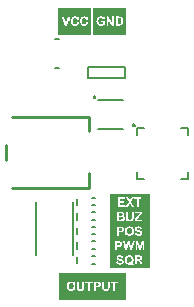
<source format=gto>
%FSTAX44Y44*%
%MOMM*%
%SFA1B1*%

%IPPOS*%
%ADD10C,0.200000*%
%ADD11C,0.253999*%
%ADD12C,0.150000*%
%LNpcb1-1*%
%LPD*%
G36*
X00442421Y00573092D02*
Y00550396D01*
X00414421*
Y00573092*
X00442421*
G37*
G36*
X00491783Y0041509D02*
Y0040209D01*
Y0038975*
Y0037741*
Y0036573*
Y0035273*
X00457783*
Y0036573*
Y0037807*
Y0039041*
Y0040275*
Y0041509*
X00491783*
G37*
G36*
X00472049Y00550396D02*
X00444049D01*
Y00573226*
X00472049*
Y00550396*
G37*
G36*
X00471661Y00348782D02*
Y00325889D01*
X00414683*
Y00348782*
X00471661*
G37*
%LNpcb1-2*%
%LPC*%
G36*
X00439481Y00565719D02*
D01*
Y00560263*
X0043797Y00560731*
X00437888Y00560427*
X00437783Y00560181*
X00437678Y00559958*
X00437572Y00559783*
X00437479Y00559654*
X00437397Y00559549*
X0043735Y00559502*
X00437326Y00559478*
X00437151Y0055935*
X00436975Y00559256*
X00436799Y00559186*
X00436624Y00559139*
X00436483Y00559115*
X00436366Y00559104*
X00436319Y00559092*
X00436261*
X00436109Y00559104*
X00435968Y00559115*
X00435699Y00559186*
X00435465Y00559279*
X00435265Y00559396*
X00435113Y00559514*
X00434996Y00559607*
X00434926Y00559677*
X00434914Y00559689*
X00434902Y00559701*
X00434809Y0055983*
X00434738Y0055997*
X00434668Y00560122*
X0043461Y00560286*
X00434516Y00560638*
X00434458Y00560977*
X00434434Y00561141*
X00434411Y00561293*
X00434399Y00561422*
Y00561551*
X00434387Y00561645*
Y00561727*
Y00561773*
Y00561785*
X00434399Y00562031*
X00434411Y00562265*
X00434434Y00562488*
X00434469Y00562675*
X00434504Y00562862*
X00434551Y00563026*
X00434598Y00563167*
X00434657Y00563296*
X00434703Y00563413*
X0043475Y00563506*
X00434797Y00563588*
X00434832Y00563659*
X00434867Y00563706*
X00434891Y00563753*
X00434914Y00563764*
Y00563776*
X0043502Y00563881*
X00435125Y00563987*
X00435242Y00564069*
X00435347Y00564139*
X00435582Y00564244*
X00435804Y00564314*
X00436003Y00564361*
X00436085Y00564373*
X00436155Y00564385*
X00436214Y00564396*
X00436296*
X00436518Y00564385*
X00436717Y00564338*
X00436905Y00564291*
X00437057Y00564221*
X00437186Y00564162*
X00437268Y00564104*
X00437326Y00564057*
X0043735Y00564045*
X00437502Y00563904*
X00437619Y00563753*
X00437724Y005636*
X00437795Y00563448*
X00437853Y00563307*
X004379Y00563202*
X00437912Y00563132*
X00437923Y0056312*
Y00563108*
X00439457Y00563471*
X00439352Y00563799*
X00439223Y0056408*
X00439083Y00564314*
X00438954Y00564513*
X00438837Y00564677*
X00438743Y00564783*
X00438685Y00564853*
X00438673Y00564876*
X00438661*
X00438486Y00565029*
X0043831Y00565157*
X00438123Y00565263*
X00437935Y00565368*
X00437748Y0056545*
X00437549Y00565509*
X00437373Y00565567*
X00437186Y00565614*
X00437022Y00565649*
X0043687Y00565673*
X00436729Y00565696*
X00436612Y00565708*
X00436518Y00565719*
X00436378*
X00436085Y00565708*
X00435804Y00565673*
X00435535Y00565626*
X00435289Y00565556*
X00435055Y00565474*
X00434844Y0056538*
X00434645Y00565286*
X00434469Y00565193*
X00434305Y00565087*
X00434165Y00564994*
X00434048Y005649*
X00433942Y00564818*
X00433872Y00564748*
X00433814Y00564701*
X00433778Y00564666*
X00433767Y00564654*
X00433591Y00564443*
X00433439Y00564221*
X0043331Y00563987*
X00433193Y00563741*
X00433099Y00563495*
X00433029Y00563237*
X00432959Y00563003*
X00432912Y00562757*
X00432865Y00562535*
X0043283Y00562336*
X00432818Y00562148*
X00432795Y00561984*
Y00561855*
X00432783Y0056175*
Y00561668*
X00432795Y0056134*
X0043283Y00561024*
X00432877Y00560731*
X00432935Y00560462*
X00433017Y00560204*
X00433099Y0055997*
X00433181Y00559748*
X00433275Y0055956*
X00433368Y00559385*
X00433451Y00559233*
X00433544Y00559104*
X00433614Y00558998*
X00433673Y00558916*
X0043372Y00558858*
X00433755Y00558823*
X00433767Y00558811*
X00433954Y00558624*
X00434153Y00558471*
X00434364Y00558331*
X00434575Y00558214*
X00434785Y00558108*
X00434996Y00558026*
X00435195Y00557956*
X00435394Y00557898*
X00435582Y00557851*
X00435746Y00557827*
X00435898Y00557804*
X00436027Y0055778*
X00436132*
X00436214Y00557769*
X00432783*
X00439481*
X00436284*
X00436507Y0055778*
X00436729Y00557792*
X00436928Y00557827*
X00437127Y00557863*
X00437303Y00557909*
X00437467Y00557956*
X00437619Y00558015*
X0043776Y00558073*
X00437888Y00558132*
X00438006Y0055819*
X00438099Y00558237*
X00438181Y00558284*
X0043824Y00558319*
X00438287Y00558354*
X0043831Y00558366*
X00438322Y00558378*
X00438474Y00558495*
X00438603Y00558635*
X00438848Y00558928*
X00439048Y00559244*
X004392Y00559549*
X0043927Y00559689*
X00439329Y0055983*
X00439375Y00559947*
X00439411Y00560052*
X00439446Y00560146*
X00439469Y00560204*
X00439481Y00560251*
Y00565719*
G37*
G36*
X00431729D02*
D01*
Y00560263*
X00430219Y00560731*
X00430137Y00560427*
X00430031Y00560181*
X00429926Y00559958*
X00429821Y00559783*
X00429727Y00559654*
X00429645Y00559549*
X00429598Y00559502*
X00429575Y00559478*
X00429399Y0055935*
X00429223Y00559256*
X00429048Y00559186*
X00428872Y00559139*
X00428732Y00559115*
X00428614Y00559104*
X00428568Y00559092*
X00428509*
X00428357Y00559104*
X00428216Y00559115*
X00427947Y00559186*
X00427713Y00559279*
X00427514Y00559396*
X00427362Y00559514*
X00427244Y00559607*
X00427174Y00559677*
X00427163Y00559689*
X00427151Y00559701*
X00427057Y0055983*
X00426987Y0055997*
X00426917Y00560122*
X00426858Y00560286*
X00426764Y00560638*
X00426706Y00560977*
X00426683Y00561141*
X00426659Y00561293*
X00426647Y00561422*
Y00561551*
X00426636Y00561645*
Y00561727*
Y00561773*
Y00561785*
X00426647Y00562031*
X00426659Y00562265*
X00426683Y00562488*
X00426718Y00562675*
X00426753Y00562862*
X004268Y00563026*
X00426847Y00563167*
X00426905Y00563296*
X00426952Y00563413*
X00426999Y00563506*
X00427046Y00563588*
X00427081Y00563659*
X00427116Y00563706*
X00427139Y00563753*
X00427163Y00563764*
Y00563776*
X00427268Y00563881*
X00427373Y00563987*
X0042749Y00564069*
X00427596Y00564139*
X0042783Y00564244*
X00428053Y00564314*
X00428251Y00564361*
X00428334Y00564373*
X00428404Y00564385*
X00428462Y00564396*
X00428544*
X00428767Y00564385*
X00428966Y00564338*
X00429153Y00564291*
X00429305Y00564221*
X00429434Y00564162*
X00429516Y00564104*
X00429575Y00564057*
X00429598Y00564045*
X0042975Y00563904*
X00429867Y00563753*
X00429973Y005636*
X00430043Y00563448*
X00430102Y00563307*
X00430149Y00563202*
X0043016Y00563132*
X00430172Y0056312*
Y00563108*
X00431706Y00563471*
X004316Y00563799*
X00431472Y0056408*
X00431331Y00564314*
X00431202Y00564513*
X00431085Y00564677*
X00430992Y00564783*
X00430933Y00564853*
X00430921Y00564876*
X00430911*
X00430734Y00565029*
X00430558Y00565157*
X00430371Y00565263*
X00430184Y00565368*
X00429996Y0056545*
X00429797Y00565509*
X00429621Y00565567*
X00429434Y00565614*
X0042927Y00565649*
X00429118Y00565673*
X00428978Y00565696*
X0042886Y00565708*
X00428767Y00565719*
X00428626*
X00428334Y00565708*
X00428053Y00565673*
X00427783Y00565626*
X00427537Y00565556*
X00427303Y00565474*
X00427092Y0056538*
X00426893Y00565286*
X00426718Y00565193*
X00426554Y00565087*
X00426413Y00564994*
X00426296Y005649*
X00426191Y00564818*
X0042612Y00564748*
X00426062Y00564701*
X00426027Y00564666*
X00426015Y00564654*
X00425839Y00564443*
X00425687Y00564221*
X00425558Y00563987*
X00425441Y00563741*
X00425348Y00563495*
X00425277Y00563237*
X00425207Y00563003*
X0042516Y00562757*
X00425113Y00562535*
X00425078Y00562336*
X00425067Y00562148*
X00425043Y00561984*
Y00561855*
X00425031Y0056175*
Y00561668*
X00425043Y0056134*
X00425078Y00561024*
X00425125Y00560731*
X00425184Y00560462*
X00425266Y00560204*
X00425348Y0055997*
X0042543Y00559748*
X00425523Y0055956*
X00425617Y00559385*
X00425699Y00559233*
X00425793Y00559104*
X00425863Y00558998*
X00425921Y00558916*
X00425968Y00558858*
X00426003Y00558823*
X00426015Y00558811*
X00426202Y00558624*
X00426401Y00558471*
X00426612Y00558331*
X00426823Y00558214*
X00427034Y00558108*
X00427244Y00558026*
X00427444Y00557956*
X00427643Y00557898*
X0042783Y00557851*
X00427994Y00557827*
X00428146Y00557804*
X00428275Y0055778*
X0042838*
X00428462Y00557769*
X00425031*
X00431729*
X00428533*
X00428755Y0055778*
X00428978Y00557792*
X00429177Y00557827*
X00429376Y00557863*
X00429551Y00557909*
X00429715Y00557956*
X00429867Y00558015*
X00430008Y00558073*
X00430137Y00558132*
X00430254Y0055819*
X00430348Y00558237*
X00430429Y00558284*
X00430488Y00558319*
X00430535Y00558354*
X00430558Y00558366*
X0043057Y00558378*
X00430722Y00558495*
X00430851Y00558635*
X00431097Y00558928*
X00431296Y00559244*
X00431448Y00559549*
X00431519Y00559689*
X00431577Y0055983*
X00431624Y00559947*
X00431659Y00560052*
X00431694Y00560146*
X00431717Y00560204*
X00431729Y00560251*
Y00565719*
G37*
G36*
X00424528Y00565591D02*
D01*
Y00557898*
X00421788*
X00424528Y00565591*
X00422865*
X00420992Y005599*
X00419036Y00565591*
X00417362*
X00420114Y00557898*
X00417362*
X00424528*
Y00565591*
G37*
G36*
X00478138Y00412437D02*
X00476323D01*
X004748Y0041013*
X0047329Y00412437*
X00471475*
X00473887Y00408748*
X00471229Y00404743*
X00478372*
X00475725Y00408748*
X00478138Y00412437*
G37*
G36*
X0047069D02*
Y00406043D01*
X00466405*
Y00408127*
X00470245*
Y00409427*
X00466405*
Y00411137*
X00470538*
Y00412437*
X0047069*
X00464847*
Y00404743*
X0047069*
Y00412437*
G37*
G36*
X00484718D02*
X00478641D01*
Y00411137*
X00480901*
Y00404743*
X00484718*
Y00412437*
G37*
G36*
X00478108Y00400167D02*
X00476551D01*
Y00395893*
Y00395729*
Y00395577*
X00476539Y00395436*
Y00395307*
X00476527Y00395073*
X00476516Y00394897*
X00476504Y00394757*
X00476492Y00394663*
X00476481Y00394605*
Y00394581*
X00476445Y00394441*
X00476387Y00394312*
X00476317Y00394208*
X00476246Y00394113*
X00476188Y00394031*
X00476129Y00393973*
X00476082Y00393937*
X00476071Y00393926*
X0047593Y00393832*
X00475778Y00393773*
X00475615Y00393727*
X00475462Y00393692*
X0047531Y00393668*
X00475192Y00393656*
X00475087*
X00474865Y00393668*
X00474654Y00393703*
X00474478Y0039375*
X00474338Y00393797*
X00474221Y00393844*
X00474139Y0039389*
X00474092Y00393926*
X00474068Y00393937*
X0047394Y00394054*
X00473846Y00394172*
X00473764Y003943*
X00473694Y00394429*
X00473659Y00394534*
X00473623Y00394617*
X004736Y00394675*
Y00394699*
X00473588Y00394757*
Y00394839*
X00473577Y00395026*
X00473565Y00395237*
Y00395448*
X00473553Y00395659*
Y00395752*
Y00395823*
Y00395893*
Y0039594*
Y00395975*
Y00395987*
Y00400167*
X00471996*
Y00392333*
Y00395823*
X00472008Y003956*
Y00395389*
X00472019Y00395202*
X00472031Y00395026*
X00472043Y00394862*
X00472054Y00394722*
X00472066Y00394593*
X00472078Y00394476*
X00472089Y00394382*
X00472101Y00394289*
X00472113Y0039423*
X00472125Y00394172*
X00472136Y00394136*
Y00394113*
Y00394101*
X00472183Y00393937*
X00472253Y00393785*
X00472324Y00393633*
X00472394Y00393504*
X00472464Y00393399*
X00472523Y00393317*
X00472558Y0039327*
X0047257Y00393246*
X0047271Y00393106*
X00472851Y00392965*
X00473003Y0039286*
X00473143Y00392755*
X00473272Y00392684*
X00473378Y00392626*
X00473448Y00392591*
X0047346Y00392579*
X00473471*
X00473588Y00392532*
X00473705Y00392497*
X00473975Y00392439*
X00474244Y00392392*
X00474513Y00392368*
X00474759Y00392345*
X00474865*
X00474958Y00392333*
X00478108*
X00475134*
X00475462Y00392345*
X00475755Y00392368*
X00476001Y00392403*
X00476211Y0039245*
X00476387Y00392485*
X00476457Y00392509*
X00476504Y00392521*
X00476551Y00392532*
X00476586Y00392544*
X00476598Y00392557*
X00476609*
X00476808Y00392649*
X00476984Y00392755*
X00477136Y0039286*
X00477277Y00392965*
X0047737Y00393047*
X00477452Y00393118*
X00477499Y00393176*
X00477511Y00393188*
X00477628Y0039334*
X00477733Y00393504*
X00477804Y00393668*
X00477874Y0039382*
X00477921Y00393961*
X00477956Y00394066*
X00477979Y00394136*
Y00394148*
Y0039416*
X00478003Y00394277*
X00478026Y00394406*
X00478038Y00394558*
X0047805Y0039471*
X00478073Y00395026*
X00478096Y00395354*
Y00395506*
Y00395647*
X00478108Y00395776*
Y00400167*
G37*
G36*
X00485157D02*
X0047908D01*
X00479548*
Y00398867*
X0048312*
X0047908Y00393879*
Y00392474*
X00485321*
Y00393844*
Y00393773*
X00480942*
X00485157Y00398961*
Y00400167*
G37*
G36*
X00467628D02*
X00464244D01*
Y00392474*
X00470684*
Y00394699*
X00470673Y00394944*
X00470626Y00395167*
X00470567Y00395354*
X00470497Y0039553*
X00470415Y0039567*
X00470357Y00395776*
X0047031Y00395834*
X00470298Y00395859*
X00470146Y00396033*
X0046997Y00396186*
X00469794Y00396303*
X00469619Y00396396*
X00469467Y00396467*
X00469338Y00396525*
X00469291Y00396537*
X00469256Y00396548*
X00469233Y0039656*
X00469221*
X00469396Y00396654*
X0046956Y00396759*
X00469689Y00396865*
X00469806Y00396982*
X004699Y00397075*
X00469958Y00397157*
X00470005Y00397204*
X00470017Y00397228*
X00470111Y00397403*
X00470181Y00397579*
X0047024Y00397743*
X00470275Y00397895*
X00470298Y00398024*
X0047031Y00398129*
Y003982*
Y00398223*
X00470298Y0039841*
X00470275Y00398574*
X00470228Y00398726*
X00470193Y00398867*
X00470146Y00398972*
X00470099Y00399054*
X00470075Y00399101*
X00470064Y00399125*
X0046997Y00399265*
X00469877Y00399394*
X00469771Y00399499*
X00469689Y00399593*
X00469607Y00399675*
X00469537Y00399722*
X0046949Y00399757*
X00469478Y00399769*
X00469338Y00399851*
X00469209Y00399921*
X00469069Y00399979*
X0046894Y00400014*
X00468834Y0040005*
X00468752Y00400073*
X00468694Y00400085*
X0046867*
X00468483Y00400108*
X00468272Y00400132*
X0046805Y00400143*
X00467827Y00400155*
X00467628Y00400167*
G37*
G36*
X00478401Y00387891D02*
X00474666D01*
X00474326Y00387879*
X0047401Y00387844*
X00473729Y00387786*
X00473483Y00387739*
X00473378Y00387704*
X00473284Y0038768*
X00473202Y00387645*
X00473132Y00387622*
X00473073Y0038761*
X00473038Y00387587*
X00473015Y00387575*
X00473003*
X00472804Y00387481*
X00472616Y00387376*
X00472452Y00387259*
X004723Y00387142*
X00472183Y00387048*
X00472089Y00386966*
X00472031Y00386907*
X00472008Y00386884*
X00471855Y00386709*
X00471703Y00386521*
X00471586Y00386346*
X00471481Y00386182*
X00471399Y00386041*
X0047134Y00385924*
X00471305Y00385854*
X00471293Y00385842*
Y0038583*
X00471176Y00385514*
X00471094Y00385186*
X00471036Y00384858*
X00471001Y00384542*
X00470977Y00384402*
Y00384273*
X00470965Y00384156*
X00470954Y00384051*
Y00387891*
Y00379929*
Y00383851*
X00470965Y00383512*
X00471001Y00383196*
X00471047Y00382903*
X00471106Y00382622*
X00471188Y00382364*
X0047127Y0038213*
X00471364Y00381919*
X00471457Y0038172*
X00471551Y00381545*
X00471645Y00381392*
X00471727Y00381264*
X00471809Y00381158*
X00471867Y00381076*
X00471914Y00381018*
X00471949Y00380983*
X00471961Y00380971*
X0047216Y00380783*
X00472371Y00380631*
X00472581Y00380492*
X00472816Y00380374*
X00473038Y00380268*
X0047326Y00380186*
X00473483Y00380116*
X00473694Y00380058*
X00473893Y00380011*
X0047408Y00379987*
X00474256Y00379964*
X00474396Y0037994*
X00474513*
X00474607Y00379929*
X00470954*
X00474677*
X00474994Y0037994*
X00475286Y00379976*
X00475555Y00380022*
X00475813Y00380093*
X00476059Y00380175*
X00476282Y00380257*
X00476481Y0038035*
X00476668Y00380456*
X00476832Y00380549*
X00476972Y00380643*
X00477101Y00380725*
X00477195Y00380807*
X00477277Y00380877*
X00477335Y00380924*
X0047737Y00380959*
X00477382Y00380971*
X00477558Y00381182*
X00477722Y00381404*
X00477851Y00381638*
X00477968Y00381873*
X00478073Y00382118*
X00478155Y00382364*
X00478225Y00382598*
X00478272Y00382833*
X00478319Y00383043*
X00478342Y00383254*
X00478366Y0038343*
X00478389Y00383594*
Y00383723*
X00478401Y00383816*
Y00383898*
X00478389Y00384238*
X00478354Y00384566*
X00478307Y0038487*
X00478237Y00385151*
X00478167Y00385409*
X00478085Y00385643*
X00477991Y00385865*
X00477897Y00386064*
X00477792Y0038624*
X0047771Y00386392*
X00477616Y00386521*
X00477546Y00386627*
X00477476Y0038672*
X00477429Y00386779*
X00477394Y00386814*
X00477382Y00386826*
X00477183Y00387013*
X00476972Y00387177*
X0047675Y00387317*
X00476527Y00387446*
X00476305Y0038754*
X00476071Y00387634*
X0047586Y00387704*
X00475638Y00387762*
X00475438Y00387798*
X00475251Y00387833*
X00475087Y00387856*
X00474947Y00387879*
X0047483*
X00474736Y00387891*
X00478401*
G37*
G36*
X00482429D02*
X00482288D01*
X00481972Y00387879*
X00481679Y00387844*
X00481422Y00387809*
X00481199Y00387762*
X00481024Y00387704*
X00480954Y0038768*
X00480895Y00387669*
X00480848Y00387645*
X00480801Y00387634*
X0048079Y00387622*
X00480778*
X00480555Y00387516*
X00480368Y00387388*
X00480204Y00387259*
X00480075Y0038713*
X0047997Y00387013*
X00479888Y00386919*
X00479841Y00386861*
X0047983Y00386849*
Y00386837*
X00479724Y00386638*
X00479642Y00386451*
X00479584Y00386263*
X00479548Y003861*
X00479525Y00385947*
X00479502Y00385842*
Y00385795*
Y0038576*
Y00385748*
Y00385737*
X00479513Y00385573*
X00479537Y00385409*
X00479572Y00385256*
X00479607Y00385116*
X00479724Y00384847*
X00479853Y00384624*
X00479923Y00384531*
X00479982Y00384437*
X0048004Y00384367*
X00480099Y00384308*
X00480134Y00384261*
X00480169Y00384226*
X00480192Y00384203*
X00480204Y00384191*
X0048031Y00384109*
X00480427Y00384027*
X00480684Y00383875*
X00480977Y00383746*
X0048127Y00383641*
X00481527Y00383547*
X00481644Y00383512*
X0048175Y00383488*
X00481832Y00383465*
X0048189Y00383442*
X00481937Y0038343*
X00481949*
X00482125Y00383383*
X00482277Y00383348*
X00482417Y00383313*
X00482546Y00383278*
X00482663Y00383242*
X00482757Y00383219*
X0048285Y00383196*
X00482921Y00383172*
X00483038Y00383137*
X0048312Y00383114*
X00483167Y0038309*
X00483178*
X00483319Y00383032*
X00483436Y00382973*
X0048353Y00382926*
X00483612Y00382868*
X0048367Y00382821*
X00483705Y00382786*
X00483729Y00382762*
X0048374Y00382751*
X00483799Y00382681*
X00483834Y00382598*
X00483881Y00382458*
X00483893Y00382388*
X00483904Y00382341*
Y00382306*
Y00382294*
X00483893Y00382143*
X00483846Y00382001*
X00483787Y00381873*
X00483717Y00381767*
X00483635Y00381673*
X00483576Y00381615*
X0048353Y00381568*
X00483518Y00381556*
X00483366Y00381451*
X0048319Y00381369*
X00483003Y00381322*
X00482815Y00381275*
X00482651Y00381252*
X00482523Y0038124*
X00482394*
X00482136Y00381252*
X00481914Y00381299*
X00481726Y00381357*
X00481562Y00381416*
X00481434Y00381486*
X0048134Y00381533*
X00481281Y0038158*
X00481258Y00381591*
X00481118Y00381744*
X00481Y00381919*
X00480907Y00382107*
X00480837Y00382282*
X00480778Y00382458*
X00480743Y00382587*
X00480731Y00382645*
Y00382681*
X00480719Y00382704*
Y00382716*
X00479209Y00382563*
X00479244Y00382329*
X00479291Y00382107*
X00479349Y00381896*
X00479408Y00381709*
X0047949Y00381533*
X0047956Y00381369*
X00479642Y00381229*
X00479724Y00381088*
X00479806Y00380983*
X00479876Y00380877*
X00479947Y00380795*
X00480005Y00380725*
X00480064Y00380666*
X00480099Y00380631*
X00480122Y00380608*
X00480134Y00380596*
X00480286Y00380479*
X00480462Y00380374*
X00480637Y00380292*
X00480813Y0038021*
X00481Y00380151*
X00481188Y00380093*
X00481551Y00380011*
X00481726Y00379987*
X00481879Y00379964*
X00482019Y00379952*
X00482136Y0037994*
X00482242Y00379929*
X00479209*
Y00387891*
Y00379929*
X00485462*
X00482382*
X00482745Y0037994*
X00483061Y00379976*
X00483342Y00380011*
X00483588Y00380069*
X00483694Y00380093*
X00483787Y00380116*
X00483857Y00380139*
X00483928Y00380151*
X00483975Y00380175*
X0048401Y00380186*
X00484033Y00380198*
X00484045*
X00484291Y00380315*
X0048449Y00380456*
X00484677Y00380596*
X00484818Y00380737*
X00484935Y00380854*
X00485017Y00380959*
X00485075Y00381029*
X00485087Y00381041*
Y00381053*
X00485216Y00381275*
X0048531Y00381498*
X00485368Y00381709*
X00485415Y00381896*
X00485438Y0038206*
X00485462Y00382189*
Y00382329*
Y00382306*
X0048545Y00382563*
X00485415Y00382798*
X00485356Y00383008*
X0048531Y00383184*
X00485251Y00383325*
X00485192Y00383442*
X00485157Y003835*
X00485145Y00383524*
X00485017Y00383699*
X00484888Y00383863*
X00484747Y00383992*
X00484607Y00384109*
X0048449Y00384191*
X00484396Y00384261*
X00484326Y00384296*
X00484314Y00384308*
X00484303*
X00484197Y00384367*
X0048408Y00384413*
X00483811Y00384519*
X00483541Y00384601*
X0048326Y00384695*
X00483014Y00384753*
X00482909Y00384788*
X00482815Y00384812*
X00482733Y00384835*
X00482675Y00384847*
X0048264Y00384858*
X00482628*
X00482429Y00384905*
X00482242Y00384964*
X00482078Y00385011*
X00481937Y00385058*
X00481797Y00385093*
X00481691Y00385139*
X00481586Y00385175*
X00481504Y00385221*
X00481422Y00385256*
X00481363Y0038528*
X0048127Y00385327*
X00481223Y00385362*
X00481211Y00385374*
X00481141Y00385456*
X00481082Y00385526*
X00481047Y00385608*
X00481012Y00385678*
X00481Y00385748*
X00480989Y00385795*
Y0038583*
Y00385842*
X00481Y00385947*
X00481024Y00386041*
X00481059Y00386123*
X00481106Y00386193*
X00481153Y00386252*
X00481188Y00386287*
X00481211Y0038631*
X00481223Y00386322*
X00481375Y00386416*
X00481551Y00386486*
X00481726Y00386533*
X0048189Y00386568*
X00482042Y00386591*
X00482171Y00386603*
X00482277*
X00482511Y00386591*
X0048271Y00386556*
X00482874Y00386521*
X00483014Y00386474*
X0048312Y00386416*
X0048319Y00386381*
X00483237Y00386346*
X00483249Y00386334*
X00483366Y00386228*
X00483459Y003861*
X0048353Y00385959*
X00483588Y00385819*
X00483635Y0038569*
X00483658Y00385584*
X00483682Y00385514*
Y00385502*
Y00385491*
X00485239Y00385549*
X00485228Y00385737*
X00485192Y00385924*
X00485145Y003861*
X00485099Y00386263*
X0048497Y00386545*
X00484911Y00386673*
X00484841Y0038679*
X00484771Y00386896*
X00484701Y0038699*
X00484642Y00387071*
X00484584Y0038713*
X00484537Y00387177*
X00484501Y00387212*
X00484478Y00387235*
X00484466Y00387247*
X00484326Y00387364*
X00484162Y00387458*
X00483998Y00387552*
X00483822Y00387622*
X00483459Y00387739*
X00483108Y00387809*
X00482944Y00387833*
X00482792Y00387856*
X00482651Y00387868*
X00482523Y00387879*
X00482429Y00387891*
G37*
G36*
X00467055Y00387762D02*
X00464104D01*
Y00380069*
X00469994*
X00465661*
Y00382973*
X00467043*
X00467207Y00382985*
X0046736*
X00467511Y00382997*
X0046764Y00383008*
X00467757Y0038302*
X00467863Y00383032*
X00467956*
X00468038Y00383043*
X00468108Y00383055*
X00468167Y00383067*
X00468214*
X00468249Y00383079*
X00468272*
X00468424Y00383125*
X00468577Y00383172*
X00468706Y00383231*
X00468834Y00383301*
X00468928Y00383348*
X00469011Y00383395*
X00469069Y0038343*
X0046908Y00383442*
X00469221Y00383559*
X0046935Y00383676*
X00469467Y00383805*
X0046956Y00383933*
X00469631Y00384039*
X00469689Y00384121*
X00469724Y00384179*
X00469736Y00384203*
X00469818Y0038439*
X00469888Y00384589*
X00469935Y00384788*
X00469958Y00384976*
X00469982Y00385139*
X00469994Y00385268*
Y00385385*
X0046997Y00385713*
X00469923Y00386006*
X00469853Y00386263*
X00469771Y00386486*
X00469677Y0038665*
X00469642Y0038672*
X00469607Y00386779*
X00469584Y00386826*
X0046956Y00386861*
X00469537Y00386872*
Y00386884*
X00469361Y00387083*
X00469174Y00387247*
X00468998Y00387388*
X00468823Y00387481*
X0046867Y00387563*
X00468542Y0038761*
X00468495Y00387622*
X00468471Y00387634*
X00468448Y00387645*
X00468436*
X00468343Y00387669*
X00468237Y0038768*
X00468108Y00387704*
X00467968Y00387715*
X00467663Y00387739*
X00467347Y00387751*
X00467195*
X00467055Y00387762*
G37*
G36*
X00487136Y00375417D02*
X00484794D01*
X00483424Y00370159*
X00482031Y00375417*
X00479712*
Y00367723*
X00487136*
Y00375417*
G37*
G36*
X00478917D02*
X00477347D01*
X00476176Y00370042*
X00474818Y00375417*
X00472979*
X00471574Y00370124*
X00470438Y00375417*
X00468846*
X00470638Y00367723*
X00468846*
X00478917*
X00477066*
X00478917Y00375417*
G37*
G36*
X0046538D02*
X00462429D01*
Y00367723*
X00468319*
X00463987*
Y00370627*
X00465368*
X00465532Y00370639*
X00465685*
X00465837Y00370651*
X00465965Y00370662*
X00466083Y00370674*
X00466188Y00370686*
X00466282*
X00466364Y00370698*
X00466434Y00370709*
X00466492Y00370721*
X00466539*
X00466574Y00370733*
X00466598*
X0046675Y0037078*
X00466902Y00370826*
X00467031Y00370885*
X0046716Y00370955*
X00467254Y00371002*
X00467336Y00371049*
X00467394Y00371084*
X00467406Y00371096*
X00467546Y00371213*
X00467675Y0037133*
X00467792Y00371459*
X00467886Y00371588*
X00467956Y00371693*
X00468015Y00371775*
X0046805Y00371833*
X00468062Y00371857*
X00468143Y00372044*
X00468214Y00372243*
X00468261Y00372442*
X00468284Y0037263*
X00468307Y00372794*
X00468319Y00372922*
Y0037304*
X00468296Y00373367*
X00468249Y0037366*
X00468179Y00373918*
X00468097Y0037414*
X00468003Y00374304*
X00467968Y00374374*
X00467933Y00374433*
X00467909Y0037448*
X00467886Y00374515*
X00467863Y00374527*
Y00374538*
X00467687Y00374737*
X00467499Y00374901*
X00467324Y00375042*
X00467148Y00375135*
X00466996Y00375217*
X00466867Y00375264*
X0046682Y00375276*
X00466797Y00375288*
X00466773Y00375299*
X00466762*
X00466668Y00375323*
X00466563Y00375335*
X00466434Y00375358*
X00466293Y0037537*
X00465989Y00375393*
X00465673Y00375405*
X00465521*
X0046538Y00375417*
G37*
G36*
X00469631Y00363533D02*
X00466457D01*
X00466141Y00363521*
X00465848Y00363486*
X00465591Y00363451*
X00465368Y00363404*
X00465193Y00363347*
X00465122Y00363322*
X00465064Y00363311*
X00465017Y00363287*
X0046497Y00363275*
X00464958Y00363264*
X00464947*
X00464724Y00363158*
X00464537Y0036303*
X00464373Y00362901*
X00464244Y00362772*
X00464139Y00362655*
X00464058Y00362561*
X0046401Y00362503*
X00463998Y00362491*
Y00362479*
X00463893Y0036228*
X00463811Y00362093*
X00463753Y00361906*
X00463717Y00361742*
X00463694Y00361589*
X0046367Y00361484*
Y00361437*
Y00361402*
Y0036139*
Y00361379*
X00463682Y00361215*
X00463706Y00361051*
X00463741Y00360899*
X00463776Y00360758*
X00463893Y00360489*
X00464022Y00360266*
X00464092Y00360172*
X00464151Y00360079*
X00464209Y00360009*
X00464268Y0035995*
X00464303Y00359903*
X00464338Y00359868*
X00464361Y00359845*
X00464373Y00359833*
X00464478Y00359751*
X00464595Y00359669*
X00464853Y00359517*
X00465146Y00359388*
X00465439Y00359283*
X00465696Y00359189*
X00465813Y00359154*
X00465919Y0035913*
X00466001Y00359107*
X00466059Y00359084*
X00466106Y00359072*
X00466118*
X00466293Y00359025*
X00466446Y0035899*
X00466586Y00358955*
X00466715Y0035892*
X00466832Y00358884*
X00466926Y00358861*
X00467019Y00358838*
X0046709Y00358814*
X00467207Y00358779*
X00467289Y00358756*
X00467336Y00358732*
X00467347*
X00467488Y00358674*
X00467605Y00358615*
X00467699Y00358568*
X0046778Y0035851*
X00467839Y00358463*
X00467874Y00358428*
X00467898Y00358404*
X00467909Y00358394*
X00467968Y00358323*
X00468003Y00358241*
X0046805Y003581*
X00468062Y0035803*
X00468073Y00357983*
Y00357948*
Y00357936*
X00468062Y00357784*
X00468015Y00357643*
X00467956Y00357514*
X00467886Y00357409*
X00467804Y00357316*
X00467745Y00357257*
X00467699Y0035721*
X00467687Y00357198*
X00467535Y00357093*
X0046736Y00357011*
X00467172Y00356964*
X00466984Y00356917*
X0046682Y00356894*
X00466692Y00356882*
X00466563*
X00466305Y00356894*
X00466083Y00356941*
X00465895Y00356999*
X00465731Y00357058*
X00465602Y00357128*
X00465509Y00357175*
X0046545Y00357222*
X00465427Y00357233*
X00465286Y00357386*
X00465169Y00357561*
X00465076Y00357749*
X00465005Y00357924*
X00464947Y003581*
X00464912Y00358229*
X004649Y00358287*
Y00358323*
X00464888Y00358346*
Y00358358*
X00463378Y00358205*
X00463413Y00357971*
X0046346Y00357749*
X00463518Y00357538*
X00463577Y00357351*
X00463659Y00357175*
X00463729Y00357011*
X00463811Y0035687*
X00463893Y0035673*
X00463975Y00356625*
X00464045Y00356519*
X00464115Y00356437*
X00464174Y00356367*
X00464233Y00356308*
X00464268Y00356273*
X00464291Y0035625*
X00464303Y00356238*
X00464455Y00356121*
X00464631Y00356016*
X00464806Y00355934*
X00464982Y00355852*
X00465169Y00355793*
X00465357Y00355735*
X0046572Y00355653*
X00465895Y00355629*
X00466048Y00355606*
X00466188Y00355594*
X00466305Y00355582*
X00466411Y00355571*
X00463378*
X00469631*
X00466551*
X00466914Y00355582*
X0046723Y00355618*
X00467511Y00355653*
X00467757Y00355711*
X00467863Y00355735*
X00467956Y00355758*
X00468026Y00355782*
X00468097Y00355793*
X00468143Y00355817*
X00468179Y00355828*
X00468202Y0035584*
X00468214*
X0046846Y00355957*
X00468659Y00356098*
X00468846Y00356238*
X00468987Y00356379*
X00469104Y00356496*
X00469186Y00356601*
X00469244Y00356671*
X00469256Y00356683*
Y00356695*
X00469385Y00356917*
X00469478Y0035714*
X00469537Y00357351*
X00469584Y00357538*
X00469607Y00357702*
X00469631Y00357831*
Y0035803*
Y00357948*
X00469619Y00358205*
X00469584Y0035844*
X00469525Y0035865*
X00469478Y00358826*
X0046942Y00358967*
X00469361Y00359084*
X00469326Y00359142*
X00469314Y00359165*
X00469186Y00359341*
X00469057Y00359505*
X00468916Y00359634*
X00468776Y00359751*
X00468659Y00359833*
X00468565Y00359903*
X00468495Y00359938*
X00468483Y0035995*
X00468471*
X00468366Y00360009*
X00468249Y00360055*
X00467979Y00360161*
X0046771Y00360243*
X00467429Y00360336*
X00467183Y00360395*
X00467078Y0036043*
X00466984Y00360454*
X00466902Y00360477*
X00466844Y00360489*
X00466809Y003605*
X00466797*
X00466598Y00360547*
X00466411Y00360606*
X00466247Y00360653*
X00466106Y00360699*
X00465965Y00360735*
X0046586Y00360781*
X00465755Y00360817*
X00465673Y00360863*
X00465591Y00360899*
X00465532Y00360922*
X00465439Y00360969*
X00465392Y00361004*
X0046538Y00361016*
X0046531Y00361098*
X00465251Y00361168*
X00465216Y0036125*
X00465181Y0036132*
X00465169Y0036139*
X00465158Y00361437*
Y00361472*
Y00361484*
X00465169Y00361589*
X00465193Y00361683*
X00465228Y00361765*
X00465275Y00361835*
X00465321Y00361894*
X00465357Y00361929*
X0046538Y00361952*
X00465392Y00361964*
X00465544Y00362058*
X0046572Y00362128*
X00465895Y00362175*
X00466059Y0036221*
X00466211Y00362233*
X0046634Y00362245*
X00466446*
X0046668Y00362233*
X00466879Y00362198*
X00467043Y00362163*
X00467183Y00362116*
X00467289Y00362058*
X0046736Y00362023*
X00467406Y00361987*
X00467418Y00361976*
X00467535Y0036187*
X00467628Y00361742*
X00467699Y00361601*
X00467757Y00361461*
X00467804Y00361332*
X00467827Y00361226*
X00467851Y00361156*
Y00361144*
Y00361133*
X00469408Y00361191*
X00469396Y00361379*
X00469361Y00361566*
X00469314Y00361742*
X00469268Y00361906*
X00469139Y00362187*
X0046908Y00362315*
X00469011Y00362433*
X0046894Y00362538*
X0046887Y00362631*
X00468811Y00362714*
X00468752Y00362772*
X00468706Y00362819*
X0046867Y00362854*
X00468647Y00362877*
X00468635Y00362889*
X00468495Y00363006*
X00468331Y003631*
X00468167Y00363194*
X00467991Y00363264*
X00467628Y00363381*
X00467277Y00363451*
X00467113Y00363475*
X00466961Y00363498*
X0046682Y0036351*
X00466692Y00363521*
X00466598Y00363533*
X00469631*
G37*
G36*
X00474443D02*
X00474373D01*
X00474057Y00363521*
X00473752Y00363486*
X00473471Y0036344*
X00473214Y00363369*
X00472968Y00363287*
X00472745Y00363205*
X00472535Y003631*
X00472359Y00363006*
X00472183Y00362913*
X00472043Y00362819*
X00471914Y00362725*
X0047182Y00362643*
X00471738Y00362573*
X0047168Y00362526*
X00471645Y00362491*
X00471633Y00362479*
X00471457Y0036228*
X00471305Y00362058*
X00471176Y00361824*
X00471059Y00361578*
X00470965Y00361343*
X00470884Y00361098*
X00470813Y00360852*
X00470766Y00360629*
X00470719Y00360407*
X00470696Y00360208*
X00470673Y0036002*
X00470649Y00359868*
Y00359728*
X00470638Y00359634*
Y00359681*
Y00359552*
X00470649Y00359212*
X00470684Y00358884*
X00470731Y0035858*
X0047079Y00358287*
X00470872Y0035803*
X00470954Y00357784*
X00471047Y00357573*
X00471141Y00357374*
X00471223Y00357198*
X00471317Y00357046*
X00471399Y00356917*
X00471481Y003568*
X00471539Y00356718*
X00471586Y0035666*
X00471621Y00356625*
X00471633Y00356613*
X00471832Y00356426*
X00472043Y00356273*
X00472265Y00356133*
X00472488Y00356016*
X00472722Y0035591*
X00472956Y00355828*
X00473179Y00355758*
X00473401Y003557*
X004736Y00355653*
X00473799Y00355629*
X00473964Y00355606*
X00474115Y00355582*
X00474244*
X00474326Y00355571*
X00474408*
X00474748Y00355582*
X00475064Y00355618*
X00475345Y00355676*
X00475591Y00355735*
X00475696Y0035577*
X00475801Y00355793*
X00475883Y00355828*
X00475954Y00355852*
X00476012Y00355863*
X00476047Y00355887*
X00476071Y00355899*
X00476082*
X00476258Y00355782*
X00476399Y00355688*
X00476539Y00355594*
X00476645Y00355524*
X0047675Y00355454*
X00476832Y00355407*
X00476902Y0035536*
X00476961Y00355313*
X00477043Y00355266*
X00477089Y00355231*
X00477113Y00355219*
X00477359Y00355102*
X00477476Y00355055*
X00477581Y00355009*
X00477675Y00354974*
X00477745Y0035495*
X00477792Y00354927*
X00470638*
X00478377*
X00477804*
X00478377Y00356027*
X00478132Y00356121*
X00477897Y00356226*
X00477687Y00356332*
X00477499Y00356437*
X00477347Y00356531*
X0047723Y00356601*
X00477195Y00356636*
X0047716Y00356648*
X00477148Y00356671*
X00477136*
X004773Y0035687*
X00477429Y0035707*
X00477546Y00357269*
X0047764Y00357433*
X0047771Y00357585*
X00477769Y00357702*
X0047778Y00357737*
X00477792Y00357772*
X00477804Y00357784*
Y00357796*
X00477897Y00358088*
X00477968Y00358381*
X00478015Y00358674*
X0047805Y00358955*
X00478061Y00359072*
X00478073Y00359189*
Y00359283*
X00478085Y00359376*
Y00359447*
Y00359493*
Y00359528*
Y0035954*
X00478073Y00359892*
X00478038Y00360208*
X00477991Y00360512*
X00477933Y00360805*
X00477851Y00361062*
X00477769Y00361308*
X00477675Y00361519*
X00477581Y00361718*
X00477488Y00361894*
X00477394Y00362046*
X00477312Y00362175*
X0047723Y00362292*
X00477171Y00362374*
X00477125Y00362433*
X00477089Y00362468*
X00477078Y00362479*
X00476879Y00362667*
X0047668Y00362831*
X00476457Y00362971*
X00476235Y00363088*
X00476012Y00363194*
X0047579Y00363275*
X00475567Y00363347*
X00475357Y00363404*
X00475157Y0036344*
X0047497Y00363475*
X00474794Y00363498*
X00474654Y00363521*
X00474537*
X00474443Y00363533*
G37*
G36*
X00482745Y00363404D02*
X00479303D01*
Y00355711*
X00486188*
X00485251Y0035721*
X00485145Y00357374*
X00485052Y00357514*
X0048497Y00357655*
X00484876Y00357784*
X00484736Y00357995*
X00484607Y0035817*
X00484501Y00358299*
X00484431Y00358381*
X00484384Y0035844*
X00484373Y00358451*
X00484244Y0035858*
X00484103Y00358697*
X00483963Y00358814*
X00483834Y00358908*
X00483717Y0035899*
X00483623Y00359048*
X00483565Y00359084*
X00483553Y00359095*
X00483541*
X00483729Y0035913*
X00483893Y00359165*
X00484057Y00359212*
X00484197Y00359271*
X00484338Y00359329*
X00484466Y00359388*
X00484572Y00359447*
X00484677Y00359505*
X00484759Y00359564*
X00484841Y00359622*
X004849Y00359681*
X00484958Y00359716*
X00484993Y00359763*
X00485028Y00359786*
X00485052Y00359798*
Y0035981*
X00485145Y00359915*
X00485228Y00360032*
X00485345Y00360266*
X00485438Y00360512*
X00485508Y00360735*
X00485544Y00360934*
X00485555Y00361016*
Y00361098*
X00485567Y00361156*
Y00361203*
Y00361226*
Y00361238*
X00485555Y00361484*
X00485521Y00361718*
X00485462Y00361917*
X00485403Y00362093*
X00485333Y00362245*
X00485286Y0036235*
X00485239Y00362421*
X00485228Y00362444*
X00485087Y00362631*
X00484947Y00362784*
X00484794Y00362913*
X00484654Y00363018*
X00484525Y003631*
X0048442Y00363158*
X00484349Y00363182*
X00484338Y00363194*
X00484326*
X0048422Y00363229*
X00484092Y00363264*
X00483811Y00363311*
X00483518Y00363357*
X00483225Y00363381*
X00483096Y00363393*
X0048285*
X00482745Y00363404*
G37*
G36*
X00463378Y00363533D02*
Y00355571D01*
Y00363533*
G37*
G36*
X00453828Y00565792D02*
D01*
Y00562092*
X00450491*
Y00560792*
X00452259*
Y00559809*
X00452118Y00559703*
X00451978Y00559621*
X00451837Y00559539*
X00451708Y00559469*
X00451591Y00559411*
X00451498Y00559375*
X00451439Y00559352*
X00451416Y0055934*
X00451228Y00559282*
X00451053Y00559235*
X00450889Y005592*
X00450748Y00559176*
X00450619Y00559165*
X00450526Y00559153*
X00450444*
X00450268Y00559165*
X00450092Y00559188*
X00449929Y00559211*
X00449776Y00559258*
X00449507Y00559364*
X00449285Y00559493*
X00449179Y00559551*
X00449097Y00559621*
X00449027Y0055968*
X00448957Y00559727*
X0044891Y00559774*
X00448875Y00559809*
X00448863Y0055982*
X00448851Y00559832*
X00448746Y00559973*
X00448652Y00560125*
X0044857Y00560277*
X00448512Y00560441*
X00448395Y00560792*
X00448324Y0056112*
X00448301Y00561284*
X00448289Y00561425*
X00448278Y00561553*
X00448266Y0056167*
X00448254Y00561764*
Y00561835*
Y00561881*
Y00561893*
X00448266Y00562127*
X00448278Y00562338*
X00448313Y00562549*
X00448348Y00562737*
X00448395Y005629*
X00448441Y00563064*
X00448488Y00563204*
X00448547Y00563333*
X00448605Y0056345*
X00448652Y00563544*
X00448699Y00563626*
X00448746Y00563696*
X00448781Y00563743*
X00448816Y00563778*
X00448828Y00563802*
X00448839Y00563813*
X00448957Y0056393*
X00449085Y00564036*
X00449214Y00564118*
X00449343Y00564188*
X00449612Y00564305*
X0044987Y00564388*
X00450104Y00564434*
X00450198Y00564446*
X00450292Y00564457*
X00450362Y00564469*
X00450455*
X0045069Y00564457*
X00450912Y00564422*
X00451099Y00564364*
X00451263Y00564305*
X00451392Y00564247*
X00451486Y00564188*
X00451544Y00564153*
X00451568Y00564141*
X0045172Y00564012*
X00451849Y0056386*
X00451954Y0056372*
X00452036Y00563579*
X00452107Y0056345*
X00452142Y00563345*
X00452165Y00563275*
X00452177Y00563263*
Y00563251*
X00453722Y00563544*
X00453675Y00563731*
X00453605Y00563919*
X00453465Y00564235*
X00453383Y00564388*
X00453289Y00564516*
X00453207Y00564645*
X00453114Y0056475*
X00453031Y00564855*
X0045295Y00564937*
X00452879Y00565008*
X00452809Y00565078*
X00452762Y00565125*
X00452715Y0056516*
X00452692Y00565172*
X0045268Y00565183*
X00452528Y00565289*
X00452352Y00565382*
X00452177Y00565464*
X00452001Y00565535*
X00451626Y0056564*
X00451275Y00565722*
X00451099Y00565745*
X00450947Y00565757*
X00450807Y00565769*
X0045069Y00565781*
X00450596Y00565792*
X00453828*
X00450455*
X00450057Y00565781*
X00449707Y00565734*
X00449542Y00565699*
X0044939Y00565675*
X00449249Y0056564*
X00449121Y00565605*
X00449015Y00565558*
X0044891Y00565523*
X00448828Y00565499*
X00448746Y00565464*
X00448687Y00565441*
X00448652Y00565418*
X00448629Y00565406*
X00448617*
X00448278Y00565195*
X00447973Y00564973*
X00447727Y00564727*
X00447516Y00564492*
X00447352Y00564293*
X00447294Y005642*
X00447235Y00564118*
X004472Y00564059*
X00447165Y00564012*
X00447153Y00563977*
X00447142Y00563966*
X00446978Y00563603*
X00446861Y0056324*
X00446767Y00562877*
X00446708Y00562549*
X00446697Y00562396*
X00446673Y00562268*
X00446662Y00562139*
Y00562033*
X0044665Y00561952*
Y00561835*
X00446673Y00561425*
X0044672Y00561038*
X0044679Y00560699*
X00446826Y00560535*
X00446872Y00560382*
X00446919Y00560254*
X00446954Y00560137*
X00446989Y00560031*
X00447025Y00559938*
X0044706Y00559867*
X00447071Y0055982*
X00447095Y00559785*
Y00559774*
X00447282Y00559446*
X00447493Y00559153*
X00447715Y00558907*
X00447926Y00558708*
X00448125Y00558544*
X00448207Y00558474*
X00448289Y00558427*
X00448348Y00558392*
X00448395Y00558357*
X00448418Y00558345*
X0044843Y00558333*
X00448605Y0055824*
X00448781Y00558169*
X00449144Y00558041*
X00449495Y00557959*
X00449823Y00557888*
X00449975Y00557877*
X00450104Y00557853*
X00450233Y00557841*
X00450338*
X0045042Y0055783*
X00450537*
X00450889Y00557841*
X00451228Y00557888*
X00451544Y00557947*
X00451825Y00558006*
X00451954Y00558041*
X00452071Y00558076*
X00452165Y00558099*
X00452247Y00558123*
X00452317Y00558146*
X00452364Y00558169*
X00452399Y00558181*
X00452411*
X00452739Y00558322*
X0045302Y00558462*
X00453266Y00558603*
X00453465Y00558731*
X00453629Y00558849*
X00453734Y00558931*
X00453804Y00558989*
X00453828Y00559012*
Y00558146*
Y00565792*
G37*
G36*
X00469448Y00565663D02*
X0046302D01*
Y0055797*
X00465923*
X00466228Y00557982*
X00466509Y00557994*
X00466743Y00558017*
X00466931Y00558052*
X00467094Y00558076*
X004672Y00558099*
X0046727Y00558111*
X00467294Y00558123*
X00467539Y00558216*
X0046775Y0055831*
X00467938Y00558415*
X00468101Y00558521*
X00468219Y00558603*
X00468312Y00558673*
X00468359Y00558731*
X00468382Y00558743*
X0046857Y00558954*
X00468734Y00559176*
X00468874Y00559399*
X00468991Y00559621*
X00469085Y00559809*
X0046912Y00559891*
X00469155Y00559961*
X00469179Y00560019*
X00469191Y00560066*
X00469202Y0056009*
Y00560102*
X00469284Y00560371*
X00469343Y00560652*
X00469389Y00560921*
X00469413Y00561179*
X00469436Y00561401*
Y00561495*
X00469448Y00561577*
Y00565663*
G37*
G36*
X0046138D02*
X00455268D01*
Y0055797*
X00456708*
Y00563017*
X00459823Y0055797*
X0046138*
Y00565663*
G37*
G36*
X00450321Y00341188D02*
D01*
Y00338811*
X00450297Y00339138*
X0045025Y00339431*
X0045018Y00339689*
X00450098Y00339911*
X00450004Y00340075*
X00449969Y00340145*
X00449934Y00340204*
X00449911Y00340251*
X00449887Y00340286*
X00449864Y00340298*
Y00340309*
X00449688Y00340508*
X00449501Y00340672*
X00449326Y00340813*
X0044915Y00340907*
X00448997Y00340988*
X00448869Y00341035*
X00448822Y00341047*
X00448798Y00341059*
X00448775Y00341071*
X00448763*
X0044867Y00341094*
X00448564Y00341106*
X00448435Y00341129*
X00448295Y00341141*
X0044799Y00341164*
X00447675Y00341176*
X00447522*
X00447381Y00341188*
X00444431*
Y00333494*
X00450321*
Y00341188*
G37*
G36*
X00428904Y00341316D02*
D01*
Y00337323*
X00428892Y00337663*
X00428857Y00337991*
X0042881Y00338295*
X0042874Y00338576*
X0042867Y00338834*
X00428588Y00339068*
X00428494Y00339291*
X004284Y0033949*
X00428295Y00339665*
X00428213Y00339818*
X00428119Y00339946*
X00428049Y00340052*
X00427979Y00340145*
X00427932Y00340204*
X00427897Y00340239*
X00427885Y00340251*
X00427686Y00340438*
X00427475Y00340602*
X00427253Y00340743*
X00427031Y00340871*
X00426808Y00340965*
X00426574Y00341059*
X00426363Y00341129*
X00426141Y00341188*
X00425941Y00341223*
X00425754Y00341258*
X0042559Y00341281*
X0042545Y00341305*
X00425333*
X00425239Y00341316*
X00425169*
X00424829Y00341305*
X00424513Y00341269*
X00424232Y00341211*
X00423986Y00341164*
X00423881Y00341129*
X00423787Y00341106*
X00423705Y00341071*
X00423635Y00341047*
X00423576Y00341035*
X00423541Y00341012*
X00423518Y00341*
X00423506*
X00423307Y00340907*
X00423119Y00340801*
X00422956Y00340684*
X00422803Y00340567*
X00422686Y00340473*
X00422593Y00340391*
X00422534Y00340333*
X00422511Y00340309*
X00422358Y00340134*
X00422206Y00339946*
X00422089Y00339771*
X00421984Y00339607*
X00421902Y00339466*
X00421843Y00339349*
X00421808Y00339279*
X00421796Y00339267*
Y00339256*
X00421679Y00338939*
X00421597Y00338612*
X00421539Y00338284*
X00421504Y00337967*
X0042148Y00337827*
Y00337698*
X00421468Y00337581*
X00421457Y00337476*
Y00337277*
X00421468Y00336937*
X00421504Y00336621*
X00421551Y00336328*
X00421609Y00336047*
X00421691Y00335789*
X00421773Y00335555*
X00421867Y00335345*
X0042196Y00335145*
X00422054Y0033497*
X00422148Y00334818*
X0042223Y00334689*
X00422312Y00334584*
X0042237Y00334501*
X00422417Y00334443*
X00422452Y00334408*
X00422464Y00334396*
X00422663Y00334209*
X00422874Y00334057*
X00423084Y00333916*
X00423319Y00333799*
X00423541Y00333694*
X00423764Y00333612*
X00423986Y00333541*
X00424197Y00333483*
X00424396Y00333436*
X00424583Y00333413*
X00424759Y00333389*
X00424899Y00333366*
X00425017*
X0042511Y00333354*
X00421457*
X00428904*
Y00341316*
G37*
G36*
X00457709Y00341188D02*
X00456152D01*
Y00336914*
Y0033675*
Y00336598*
X0045614Y00336457*
Y00336328*
X00456128Y00336094*
X00456117Y00335918*
X00456105Y00335778*
X00456093Y00335684*
X00456081Y00335626*
Y00335602*
X00456046Y00335462*
X00455988Y00335333*
X00455918Y00335228*
X00455847Y00335134*
X00455789Y00335052*
X0045573Y00334993*
X00455683Y00334958*
X00455672Y00334947*
X00455531Y00334853*
X00455379Y00334794*
X00455215Y00334747*
X00455063Y00334712*
X00454911Y00334689*
X00454794Y00334677*
X00454688*
X00454466Y00334689*
X00454255Y00334724*
X00454079Y00334772*
X00453939Y00334818*
X00453822Y00334864*
X0045374Y00334911*
X00453693Y00334947*
X00453669Y00334958*
X00453541Y00335075*
X00453447Y00335192*
X00453365Y00335321*
X00453295Y0033545*
X00453259Y00335555*
X00453224Y00335637*
X00453201Y00335696*
Y00335719*
X00453189Y00335778*
Y0033586*
X00453178Y00336047*
X00453166Y00336258*
Y00336469*
X00453154Y00336679*
Y00336773*
Y00336843*
Y00336914*
Y00336961*
Y00336996*
Y00337007*
Y00341188*
X00451597*
Y00336843*
X00451608Y00336621*
Y0033641*
X0045162Y00336223*
X00451632Y00336047*
X00451644Y00335883*
X00451655Y00335743*
X00451667Y00335614*
X00451679Y00335497*
X00451691Y00335403*
X00451702Y0033531*
X00451714Y00335251*
X00451726Y00335192*
X00451737Y00335157*
Y00335134*
Y00335122*
X00451784Y00334958*
X00451854Y00334806*
X00451925Y00334654*
X00451995Y00334525*
X00452065Y0033442*
X00452124Y00334338*
X00452159Y00334291*
X00452171Y00334267*
X00452311Y00334127*
X00452452Y00333986*
X00452604Y00333881*
X00452744Y00333776*
X00452873Y00333705*
X00452979Y00333647*
X00453049Y00333612*
X0045306Y003336*
X00453072*
X00453189Y00333553*
X00453306Y00333518*
X00453576Y00333459*
X00453845Y00333413*
X00454114Y00333389*
X0045436Y00333366*
X00454466*
X00454559Y00333354*
X00457709*
Y00341188*
G37*
G36*
X00436234D02*
X00434677D01*
Y00336914*
Y0033675*
Y00336598*
X00434665Y00336457*
Y00336328*
X00434653Y00336094*
X00434642Y00335918*
X0043463Y00335778*
X00434618Y00335684*
X00434607Y00335626*
Y00335602*
X00434571Y00335462*
X00434513Y00335333*
X00434443Y00335228*
X00434372Y00335134*
X00434314Y00335052*
X00434255Y00334993*
X00434208Y00334958*
X00434197Y00334947*
X00434056Y00334853*
X00433904Y00334794*
X0043374Y00334747*
X00433588Y00334712*
X00433436Y00334689*
X00433318Y00334677*
X00433213*
X00432991Y00334689*
X0043278Y00334724*
X00432604Y00334772*
X00432464Y00334818*
X00432346Y00334864*
X00432265Y00334911*
X00432218Y00334947*
X00432194Y00334958*
X00432065Y00335075*
X00431972Y00335192*
X0043189Y00335321*
X0043182Y0033545*
X00431785Y00335555*
X00431749Y00335637*
X00431726Y00335696*
Y00335719*
X00431714Y00335778*
Y0033586*
X00431702Y00336047*
X00431691Y00336258*
Y00336469*
X00431679Y00336679*
Y00336773*
Y00336843*
Y00336914*
Y00336961*
Y00336996*
Y00337007*
Y00341188*
X00430122*
Y00336843*
X00430134Y00336621*
Y0033641*
X00430145Y00336223*
X00430157Y00336047*
X00430169Y00335883*
X0043018Y00335743*
X00430192Y00335614*
X00430204Y00335497*
X00430215Y00335403*
X00430227Y0033531*
X00430239Y00335251*
X00430251Y00335192*
X00430262Y00335157*
Y00335134*
Y00335122*
X00430309Y00334958*
X00430379Y00334806*
X0043045Y00334654*
X0043052Y00334525*
X0043059Y0033442*
X00430649Y00334338*
X00430684Y00334291*
X00430695Y00334267*
X00430836Y00334127*
X00430977Y00333986*
X00431129Y00333881*
X00431269Y00333776*
X00431398Y00333705*
X00431504Y00333647*
X00431574Y00333612*
X00431585Y003336*
X00431597*
X00431714Y00333553*
X00431831Y00333518*
X00432101Y00333459*
X0043237Y00333413*
X00432639Y00333389*
X00432885Y00333366*
X00432991*
X00433084Y00333354*
X00436234*
Y00341188*
G37*
G36*
X00464887D02*
X0045881D01*
Y00339888*
X0046107*
Y00333494*
X0045881*
X00464887*
Y00341188*
G37*
G36*
X00443412D02*
X00437335D01*
Y00339888*
X00439595*
Y00333494*
X00443412*
Y00341188*
G37*
%LNpcb1-3*%
%LPD*%
G36*
X00476498Y00404743D02*
X00473091D01*
X004748Y00407343*
X00476498Y00404743*
G37*
G36*
X00484718D02*
X00482458D01*
Y00411137*
X00484718*
Y00404743*
G37*
G36*
X00467476Y00398879D02*
X00467757D01*
X00467827Y00398867*
X00467956*
X00468003Y00398855*
X00468015*
X00468155Y00398832*
X00468272Y00398797*
X00468366Y0039875*
X00468448Y00398703*
X00468518Y00398656*
X00468565Y00398621*
X00468588Y00398598*
X004686Y00398586*
X0046867Y00398492*
X00468717Y00398399*
X00468752Y00398305*
X00468776Y00398211*
X00468787Y00398141*
X00468799Y00398071*
Y00398024*
Y00398012*
X00468787Y00397883*
X00468764Y00397755*
X00468729Y00397661*
X00468682Y00397567*
X00468635Y00397497*
X004686Y0039745*
X00468577Y00397415*
X00468565Y00397403*
X00468471Y00397333*
X00468378Y00397263*
X00468272Y00397216*
X00468167Y00397181*
X00468085Y00397157*
X00468015Y00397146*
X00467968Y00397134*
X00467898*
X00467827Y00397122*
X00467488*
X00467289Y00397111*
X00465802*
Y0039889*
X0046736*
X00467476Y00398879*
G37*
G36*
X0046757Y00395823D02*
X0046771Y00395811D01*
X00467839*
X00467944Y00395799*
X0046805Y00395787*
X00468132Y00395776*
X00468202Y00395764*
X00468272Y00395752*
X00468354Y00395741*
X00468413Y00395717*
X00468424*
X00468542Y0039567*
X00468635Y00395624*
X00468717Y00395565*
X00468787Y00395506*
X00468834Y00395448*
X0046887Y00395401*
X00468893Y00395378*
X00468905Y00395366*
X00468963Y00395272*
X00469011Y00395167*
X00469033Y00395073*
X00469057Y0039498*
X00469069Y00394897*
X0046908Y00394839*
Y00394792*
Y0039478*
X00469069Y0039464*
X00469045Y00394511*
X00469011Y00394394*
X00468975Y003943*
X00468928Y0039423*
X00468893Y00394172*
X0046887Y00394136*
X00468858Y00394125*
X00468776Y00394043*
X00468682Y00393973*
X00468577Y00393926*
X00468495Y00393879*
X00468413Y00393855*
X00468354Y00393832*
X00468307Y0039382*
X00468296*
X00468249Y00393809*
X0046819*
X00468038Y00393797*
X00467863Y00393785*
X00467675*
X00467511Y00393773*
X00465802*
Y00395834*
X00467406*
X0046757Y00395823*
G37*
G36*
X00470684Y00392474D02*
X00467581D01*
X0046778Y00392485*
X00468097*
X00468237Y00392497*
X00468448*
X0046853Y00392509*
X00468647*
X00468682Y00392521*
X00468729*
X00468951Y00392557*
X0046915Y00392602*
X00469326Y00392661*
X00469478Y00392731*
X00469607Y0039279*
X00469701Y00392837*
X00469748Y00392872*
X00469771Y00392883*
X00469923Y00393001*
X00470052Y00393141*
X00470169Y0039327*
X00470263Y00393399*
X00470333Y00393504*
X00470392Y00393598*
X00470427Y00393656*
X00470438Y0039368*
X00470521Y00393867*
X00470579Y00394043*
X00470626Y00394218*
X00470649Y00394371*
X00470673Y00394511*
X00470684Y00394605*
Y00392474*
G37*
G36*
X00474853Y00386556D02*
X00475017Y00386545D01*
X00475321Y00386463*
X00475591Y00386357*
X00475801Y0038624*
X00475895Y00386182*
X00475977Y00386123*
X00476047Y00386064*
X00476106Y00386018*
X00476153Y00385971*
X00476188Y00385936*
X00476199Y00385924*
X00476211Y00385912*
X00476317Y00385783*
X0047641Y00385643*
X00476481Y00385491*
X00476551Y00385327*
X00476656Y00384999*
X00476726Y00384683*
X0047675Y00384531*
X00476762Y0038439*
X00476785Y00384261*
Y00384156*
X00476797Y00384062*
Y00383992*
Y00383945*
Y00383933*
X00476785Y00383688*
X00476773Y00383465*
X00476738Y00383242*
X00476703Y00383055*
X00476656Y00382868*
X00476609Y00382704*
X00476551Y00382552*
X00476504Y00382423*
X00476445Y00382306*
X00476387Y003822*
X0047634Y00382118*
X00476293Y00382048*
X00476258Y0038199*
X00476223Y00381954*
X00476211Y00381931*
X00476199Y00381919*
X00476082Y00381802*
X00475965Y00381697*
X00475837Y00381615*
X00475708Y00381533*
X00475579Y00381474*
X0047545Y00381416*
X00475216Y00381334*
X00475005Y00381287*
X00474911Y00381275*
X0047483Y00381264*
X00474771Y00381252*
X00474677*
X00474513Y00381264*
X0047435Y00381275*
X00474197Y0038131*
X00474045Y00381357*
X00473787Y00381463*
X00473565Y00381591*
X00473389Y00381709*
X00473319Y00381767*
X0047326Y00381814*
X00473214Y00381861*
X00473179Y00381896*
X00473167Y00381908*
X00473155Y00381919*
X0047305Y00382048*
X00472956Y003822*
X00472874Y00382353*
X00472816Y00382517*
X00472698Y00382844*
X00472628Y00383172*
X00472605Y00383325*
X00472593Y00383465*
X00472581Y00383582*
X0047257Y00383699*
X00472558Y00383781*
Y00383851*
Y00383898*
Y0038391*
X0047257Y00384156*
X00472581Y00384378*
X00472616Y00384589*
X00472652Y00384788*
X00472687Y00384964*
X00472745Y00385128*
X00472792Y0038528*
X00472851Y00385409*
X00472897Y00385526*
X00472956Y00385619*
X00473003Y00385713*
X00473038Y00385783*
X00473085Y0038583*
X00473108Y00385865*
X0047312Y00385889*
X00473132Y003859*
X00473249Y00386018*
X00473366Y00386123*
X00473495Y00386205*
X00473623Y00386287*
X00473752Y00386357*
X00473881Y00386404*
X00474127Y00386486*
X00474338Y00386533*
X00474431Y00386545*
X00474513Y00386556*
X00474584Y00386568*
X00474677*
X00474853Y00386556*
G37*
G36*
X00466926Y00386451D02*
X00467125Y00386439D01*
X00467277*
X00467382Y00386427*
X00467453Y00386416*
X00467499Y00386404*
X00467511*
X00467652Y00386369*
X00467769Y00386322*
X00467886Y00386263*
X00467968Y00386205*
X0046805Y00386146*
X00468097Y003861*
X00468132Y00386064*
X00468143Y00386053*
X00468225Y00385947*
X00468284Y0038583*
X00468331Y00385713*
X00468354Y00385608*
X00468378Y00385514*
X00468389Y00385432*
Y00385385*
Y00385362*
X00468378Y00385245*
X00468366Y00385128*
X00468331Y00385022*
X00468307Y0038494*
X00468272Y0038487*
X00468237Y00384812*
X00468225Y00384776*
X00468214Y00384765*
X00468143Y00384671*
X00468062Y00384601*
X00467979Y00384531*
X00467898Y00384484*
X00467827Y00384437*
X00467769Y00384413*
X00467734Y00384402*
X00467722Y0038439*
X00467663Y00384367*
X00467581Y00384355*
X00467406Y0038432*
X00467207Y00384296*
X00466996Y00384285*
X00466809*
X00466727Y00384273*
X00465661*
Y00386463*
X0046682*
X00466926Y00386451*
G37*
G36*
X00485696Y00367723D02*
X00484162D01*
X00485684Y00373777*
X00485696Y00367723*
G37*
G36*
X00482675D02*
X00481153D01*
Y00373777*
X00482675Y00367723*
G37*
G36*
X00475403D02*
X00472347D01*
X00473869Y00373473*
X00475403Y00367723*
G37*
G36*
X00465251Y00374105D02*
X0046545Y00374093D01*
X00465602*
X00465709Y00374082*
X00465778Y0037407*
X00465825Y00374058*
X00465837*
X00465977Y00374023*
X00466094Y00373976*
X00466211Y00373918*
X00466293Y00373859*
X00466375Y00373801*
X00466422Y00373754*
X00466457Y00373719*
X00466469Y00373707*
X00466551Y00373601*
X00466609Y00373484*
X00466656Y00373367*
X0046668Y00373262*
X00466703Y00373168*
X00466715Y00373086*
Y0037304*
Y00373016*
X00466703Y00372899*
X00466692Y00372782*
X00466656Y00372676*
X00466633Y00372594*
X00466598Y00372524*
X00466563Y00372466*
X00466551Y00372431*
X00466539Y00372419*
X00466469Y00372325*
X00466387Y00372255*
X00466305Y00372185*
X00466223Y00372138*
X00466153Y00372091*
X00466094Y00372068*
X00466059Y00372056*
X00466048Y00372044*
X00465989Y00372021*
X00465907Y00372009*
X00465731Y00371974*
X00465532Y0037195*
X00465321Y00371939*
X00465134*
X00465052Y00371927*
X00463987*
Y00374117*
X00465146*
X00465251Y00374105*
G37*
G36*
X00474537Y00362198D02*
X00474701Y00362187D01*
X00474853Y00362151*
X00475005Y00362105*
X00475263Y00361999*
X00475485Y00361882*
X00475579Y00361812*
X00475661Y00361753*
X00475731Y00361696*
X0047579Y00361648*
X00475837Y00361601*
X00475872Y00361566*
X00475883Y00361554*
X00475895Y00361543*
X00476001Y00361414*
X00476094Y00361273*
X00476164Y00361121*
X00476235Y00360957*
X0047634Y00360629*
X0047641Y00360301*
X00476434Y00360149*
X00476445Y00360009*
X00476469Y0035988*
Y00359774*
X00476481Y00359681*
Y00359611*
Y00359564*
Y00359552*
X00476469Y00359318*
X00476457Y00359107*
X00476434Y00358908*
X0047641Y00358732*
X00476375Y00358604*
X00476352Y00358498*
X0047634Y00358428*
X00476328Y00358416*
Y00358404*
X0047627Y00358229*
X00476199Y00358053*
X00476118Y00357913*
X00476047Y00357784*
X00475989Y0035769*
X0047593Y00357608*
X00475895Y00357561*
X00475883Y0035755*
X00475626Y00357737*
X00475368Y00357901*
X00475122Y00358041*
X004749Y00358158*
X00474713Y00358241*
X00474631Y00358276*
X0047456Y00358311*
X00474502Y00358334*
X00474467Y00358346*
X00474443Y00358358*
X00474431*
X00473998Y00357456*
X00474174Y00357386*
X0047435Y00357304*
X00474513Y00357222*
X00474654Y0035714*
X00474771Y0035707*
X00474865Y00357011*
X00474923Y00356976*
X00474947Y00356964*
X00474724Y00356906*
X00474619Y00356882*
X00474525Y0035687*
X00474443*
X00474373Y00356859*
X00474314*
X0047415Y0035687*
X00473987Y00356882*
X00473846Y00356917*
X00473705Y00356964*
X00473448Y0035707*
X00473237Y00357198*
X00473061Y00357316*
X00472991Y00357374*
X00472933Y00357421*
X00472886Y00357468*
X00472851Y00357503*
X00472839Y00357514*
X00472827Y00357526*
X00472722Y00357655*
X0047264Y00357807*
X00472558Y0035796*
X00472488Y00358123*
X00472382Y00358463*
X00472313Y00358791*
X00472289Y00358943*
X00472277Y00359084*
X00472265Y00359212*
X00472253Y00359329*
X00472242Y00359423*
Y00359493*
Y0035954*
Y00359552*
X00472253Y00359798*
X00472265Y0036002*
X004723Y00360231*
X00472335Y00360418*
X00472382Y00360606*
X00472429Y00360758*
X00472476Y0036091*
X00472535Y00361039*
X00472593Y00361156*
X0047264Y00361262*
X00472687Y00361343*
X00472734Y00361414*
X00472769Y00361472*
X00472804Y00361507*
X00472816Y00361531*
X00472827Y00361543*
X00472944Y0036166*
X00473061Y00361765*
X0047319Y00361847*
X00473319Y00361929*
X00473448Y00361999*
X00473565Y00362046*
X00473811Y00362128*
X00474033Y00362175*
X00474127Y00362187*
X00474209Y00362198*
X00474267Y0036221*
X00474361*
X00474537Y00362198*
G37*
G36*
X00482733Y00362093D02*
X00482968D01*
X00483073Y00362081*
X00483132*
X00483167Y0036207*
X00483178*
X00483307Y00362034*
X00483424Y00361999*
X00483518Y00361952*
X004836Y00361894*
X0048367Y00361847*
X00483717Y003618*
X0048374Y00361777*
X00483752Y00361765*
X00483822Y00361671*
X0048387Y00361566*
X00483916Y00361461*
X0048394Y00361367*
X00483951Y00361285*
X00483963Y00361215*
Y00361156*
Y00361144*
X00483951Y00361016*
X0048394Y0036091*
X00483916Y00360805*
X00483881Y00360723*
X00483846Y00360653*
X00483822Y00360606*
X00483811Y00360571*
X00483799Y00360559*
X0048374Y00360477*
X0048367Y00360418*
X0048353Y00360313*
X00483459Y0036029*
X00483413Y00360266*
X00483377Y00360243*
X00483366*
X00483307Y00360231*
X00483225Y00360208*
X00483143Y00360196*
X00483038Y00360184*
X00482815Y00360172*
X00482581Y00360161*
X00482359Y00360149*
X0048086*
Y00362105*
X00482628*
X00482733Y00362093*
G37*
G36*
X00481516Y00358908D02*
X00481644Y00358896D01*
X0048175Y00358873*
X00481832Y00358861*
X0048189Y00358838*
X00481925Y00358826*
X00481937*
X00482031Y00358791*
X00482113Y00358744*
X00482265Y00358639*
X00482324Y00358592*
X0048237Y00358545*
X00482394Y00358521*
X00482406Y0035851*
X00482452Y00358463*
X00482499Y00358394*
X00482628Y00358229*
X00482769Y00358053*
X00482897Y00357854*
X00483026Y00357667*
X00483085Y00357597*
X00483132Y00357514*
X00483167Y00357456*
X00483202Y00357409*
X00483213Y00357386*
X00483225Y00357374*
X00484326Y00355711*
X0048086*
Y0035892*
X00481352*
X00481516Y00358908*
G37*
G36*
X00469448Y00561741D02*
X00469436Y00562127D01*
X00469413Y00562479*
X00469366Y00562795*
X00469343Y00562923*
X00469319Y00563052*
X00469296Y00563169*
X00469272Y00563263*
X00469249Y00563357*
X00469226Y00563427*
X00469214Y00563486*
X00469202Y00563521*
X00469191Y00563544*
Y00563556*
X00469085Y00563825*
X00468968Y00564059*
X00468851Y0056427*
X00468734Y00564457*
X00468617Y00564598*
X00468535Y00564703*
X00468476Y00564774*
X00468464Y00564797*
X00468453*
X00468265Y00564973*
X00468066Y00565125*
X00467879Y00565254*
X00467703Y00565347*
X00467539Y00565418*
X00467422Y00565476*
X00467376Y00565488*
X0046734Y00565499*
X00467317Y00565511*
X00467305*
X00467094Y00565558*
X0046686Y00565605*
X00466626Y00565628*
X0046638Y0056564*
X00466169Y00565652*
X00466076Y00565663*
X00469448*
Y00561741*
G37*
G36*
X00465736Y00564352D02*
X00465865D01*
X00465982Y0056434*
X00466076*
X00466169Y00564329*
X00466251*
X0046638Y00564305*
X00466462Y00564293*
X00466521Y00564282*
X00466532*
X00466685Y00564235*
X00466825Y00564188*
X00466954Y0056413*
X00467048Y00564071*
X0046713Y00564012*
X004672Y00563966*
X00467235Y0056393*
X00467247Y00563919*
X00467352Y00563813*
X00467434Y00563684*
X00467504Y00563567*
X00467575Y00563439*
X00467621Y00563333*
X00467657Y00563251*
X00467668Y00563193*
X0046768Y00563169*
X00467738Y00562982*
X00467774Y0056276*
X00467809Y00562537*
X00467821Y00562314*
X00467832Y00562116*
X00467844Y00562033*
Y00561963*
Y00561893*
Y00561846*
Y00561823*
Y00561811*
X00467832Y00561495*
X00467821Y00561214*
X00467797Y00560968*
X00467762Y00560769*
X00467727Y00560605*
X00467703Y00560488*
X00467692Y00560453*
Y00560418*
X0046768Y00560406*
Y00560394*
X00467621Y00560219*
X00467551Y00560066*
X00467493Y00559938*
X00467422Y00559832*
X00467364Y0055975*
X00467329Y00559703*
X00467294Y00559668*
X00467282Y00559657*
X00467188Y00559575*
X00467083Y00559516*
X00466872Y00559411*
X0046679Y00559387*
X0046672Y00559364*
X00466661Y0055934*
X0046665*
X00466532Y00559317*
X00466392Y00559305*
X00466228Y00559282*
X00466087*
X00465947Y0055927*
X00464577*
Y00564364*
X00465596*
X00465736Y00564352*
G37*
G36*
X0045994Y005605D02*
X00456767Y00565663D01*
X0045994*
Y005605*
G37*
G36*
X00447253Y00339876D02*
X00447452Y00339864D01*
X00447604*
X00447709Y00339853*
X00447779Y00339841*
X00447826Y00339829*
X00447838*
X00447979Y00339794*
X00448096Y00339747*
X00448213Y00339689*
X00448295Y0033963*
X00448377Y00339572*
X00448424Y00339525*
X00448459Y0033949*
X0044847Y00339478*
X00448552Y00339373*
X00448611Y00339256*
X00448658Y00339138*
X00448681Y00339033*
X00448705Y00338939*
X00448716Y00338857*
Y00338811*
Y00338787*
X00448705Y0033867*
X00448693Y00338553*
X00448658Y00338448*
X00448634Y00338366*
X00448599Y00338295*
X00448564Y00338237*
X00448552Y00338202*
X00448541Y0033819*
X0044847Y00338096*
X00448388Y00338026*
X00448306Y00337956*
X00448225Y00337909*
X00448154Y00337862*
X00448096Y00337839*
X00448061Y00337827*
X00448049Y00337815*
X0044799Y00337792*
X00447908Y0033778*
X00447733Y00337745*
X00447534Y00337722*
X00447323Y0033771*
X00447135*
X00447054Y00337698*
X00445988*
Y00339888*
X00447147*
X00447253Y00339876*
G37*
G36*
X00450321Y00333494D02*
X00445988D01*
Y00336398*
X0044737*
X00447534Y0033641*
X00447686*
X00447838Y00336423*
X00447967Y00336434*
X00448084Y00336445*
X00448189Y00336457*
X00448283*
X00448365Y00336469*
X00448435Y0033648*
X00448494Y00336492*
X00448541*
X00448576Y00336504*
X00448599*
X00448751Y00336551*
X00448904Y00336598*
X00449032Y00336656*
X00449161Y00336726*
X00449255Y00336773*
X00449337Y0033682*
X00449395Y00336855*
X00449407Y00336867*
X00449548Y00336984*
X00449677Y00337101*
X00449794Y0033723*
X00449887Y00337359*
X00449957Y00337464*
X00450016Y00337546*
X00450051Y00337605*
X00450063Y00337628*
X00450145Y00337815*
X00450215Y00338014*
X00450262Y00338213*
X00450285Y00338401*
X00450309Y00338565*
X00450321Y00338693*
Y00333494*
G37*
G36*
X00425356Y00339981D02*
X0042552Y0033997D01*
X00425824Y00339888*
X00426094Y00339782*
X00426305Y00339665*
X00426398Y00339607*
X0042648Y00339548*
X0042655Y0033949*
X00426609Y00339443*
X00426656Y00339396*
X00426691Y00339361*
X00426703Y00339349*
X00426714Y00339337*
X0042682Y00339209*
X00426913Y00339068*
X00426984Y00338916*
X00427054Y00338752*
X00427159Y00338424*
X00427229Y00338108*
X00427253Y00337956*
X00427265Y00337815*
X00427288Y00337686*
Y00337581*
X004273Y00337487*
Y00337417*
Y0033737*
Y00337359*
X00427288Y00337113*
X00427276Y0033689*
X00427241Y00336668*
X00427206Y0033648*
X00427159Y00336293*
X00427112Y00336129*
X00427054Y00335977*
X00427007Y00335848*
X00426949Y00335731*
X0042689Y00335626*
X00426843Y00335544*
X00426796Y00335473*
X00426761Y00335415*
X00426726Y0033538*
X00426714Y00335356*
X00426703Y00335345*
X00426585Y00335228*
X00426468Y00335122*
X0042634Y0033504*
X00426212Y00334958*
X00426082Y003349*
X00425953Y00334841*
X00425719Y00334759*
X00425508Y00334712*
X00425415Y00334701*
X00425333Y00334689*
X00425274Y00334677*
X0042518*
X00425017Y00334689*
X00424853Y00334701*
X004247Y00334736*
X00424548Y00334783*
X0042429Y00334888*
X00424068Y00335017*
X00423892Y00335134*
X00423822Y00335192*
X00423764Y00335239*
X00423717Y00335286*
X00423682Y00335321*
X0042367Y00335333*
X00423658Y00335345*
X00423553Y00335473*
X00423459Y00335626*
X00423377Y00335778*
X00423319Y00335942*
X00423202Y0033627*
X00423131Y00336598*
X00423108Y0033675*
X00423096Y0033689*
X00423084Y00337007*
X00423073Y00337124*
X00423061Y00337206*
Y00337277*
Y00337323*
Y00337335*
X00423073Y00337581*
X00423084Y00337804*
X00423119Y00338014*
X00423155Y00338213*
X0042319Y00338389*
X00423248Y00338553*
X00423295Y00338705*
X00423354Y00338834*
X00423401Y00338951*
X00423459Y00339045*
X00423506Y00339138*
X00423541Y00339209*
X00423588Y00339256*
X00423611Y00339291*
X00423623Y00339314*
X00423635Y00339326*
X00423752Y00339443*
X00423869Y00339548*
X00423998Y0033963*
X00424127Y00339712*
X00424255Y00339782*
X00424384Y00339829*
X0042463Y00339911*
X00424841Y00339958*
X00424934Y0033997*
X00425017Y00339981*
X00425087Y00339993*
X0042518*
X00425356Y00339981*
G37*
G36*
X00428904Y00333354D02*
X0042518D01*
X00425497Y00333366*
X00425789Y00333401*
X00426059Y00333448*
X00426316Y00333518*
X00426562Y003336*
X00426785Y00333682*
X00426984Y00333776*
X00427171Y00333881*
X00427335Y00333975*
X00427475Y00334068*
X00427604Y0033415*
X00427698Y00334232*
X0042778Y00334302*
X00427838Y00334349*
X00427874Y00334384*
X00427885Y00334396*
X00428061Y00334607*
X00428225Y00334829*
X00428354Y00335064*
X00428471Y00335298*
X00428576Y00335544*
X00428658Y00335789*
X00428728Y00336024*
X00428775Y00336258*
X00428822Y00336469*
X00428845Y00336679*
X00428869Y00336855*
X00428892Y00337019*
Y00337148*
X00428904Y00337242*
Y00333354*
G37*
G36*
X00457709D02*
X00454735D01*
X00455063Y00333366*
X00455355Y00333389*
X00455601Y00333424*
X00455812Y00333471*
X00455988Y00333506*
X00456058Y0033353*
X00456105Y00333541*
X00456152Y00333553*
X00456187Y00333565*
X00456199Y00333576*
X0045621*
X00456409Y0033367*
X00456585Y00333776*
X00456737Y00333881*
X00456878Y00333986*
X00456971Y00334068*
X00457053Y00334139*
X004571Y00334197*
X00457112Y00334209*
X00457229Y00334361*
X00457334Y00334525*
X00457405Y00334689*
X00457475Y00334841*
X00457522Y00334982*
X00457557Y00335087*
X00457581Y00335157*
Y00335169*
Y00335181*
X00457604Y00335298*
X00457627Y00335427*
X00457639Y00335579*
X00457651Y00335731*
X00457674Y00336047*
X00457697Y00336375*
Y00336527*
Y00336668*
X00457709Y00336796*
Y00333354*
G37*
G36*
X00436234D02*
X0043326D01*
X00433588Y00333366*
X0043388Y00333389*
X00434126Y00333424*
X00434337Y00333471*
X00434513Y00333506*
X00434583Y0033353*
X0043463Y00333541*
X00434677Y00333553*
X00434712Y00333565*
X00434724Y00333576*
X00434735*
X00434934Y0033367*
X0043511Y00333776*
X00435262Y00333881*
X00435403Y00333986*
X00435496Y00334068*
X00435578Y00334139*
X00435625Y00334197*
X00435637Y00334209*
X00435754Y00334361*
X00435859Y00334525*
X0043593Y00334689*
X00436Y00334841*
X00436047Y00334982*
X00436082Y00335087*
X00436105Y00335157*
Y00335169*
Y00335181*
X00436129Y00335298*
X00436152Y00335427*
X00436164Y00335579*
X00436175Y00335731*
X00436199Y00336047*
X00436222Y00336375*
Y00336527*
Y00336668*
X00436234Y00336796*
Y00333354*
G37*
G36*
X00464887Y00333494D02*
X00462627D01*
Y00339888*
X00464887*
Y00333494*
G37*
G36*
X00443412D02*
X00441152D01*
Y00339888*
X00443412*
Y00333494*
G37*
G54D10*
X00479014Y00473497D02*
D01*
X00479013Y00473553*
X00479007Y00473609*
X00478997Y00473664*
X00478983Y00473718*
X00478966Y00473771*
X00478945Y00473823*
X00478921Y00473873*
X00478893Y00473921*
X00478862Y00473968*
X00478827Y00474012*
X0047879Y00474053*
X0047875Y00474092*
X00478707Y00474128*
X00478662Y00474161*
X00478614Y0047419*
X00478565Y00474216*
X00478514Y00474239*
X00478462Y00474258*
X00478408Y00474274*
X00478353Y00474285*
X00478298Y00474293*
X00478242Y00474297*
X00478187*
X00478131Y00474293*
X00478076Y00474285*
X00478021Y00474274*
X00477967Y00474258*
X00477915Y00474239*
X00477864Y00474216*
X00477814Y0047419*
X00477767Y00474161*
X00477722Y00474128*
X00477679Y00474092*
X00477639Y00474053*
X00477602Y00474012*
X00477567Y00473968*
X00477536Y00473921*
X00477508Y00473873*
X00477483Y00473823*
X00477463Y00473771*
X00477445Y00473718*
X00477432Y00473664*
X00477422Y00473609*
X00477416Y00473553*
X00477414Y00473497*
X00477416Y00473442*
X00477422Y00473386*
X00477432Y00473331*
X00477445Y00473277*
X00477463Y00473224*
X00477483Y00473172*
X00477508Y00473122*
X00477536Y00473073*
X00477567Y00473027*
X00477602Y00472983*
X00477639Y00472942*
X00477679Y00472903*
X00477722Y00472867*
X00477767Y00472834*
X00477814Y00472804*
X00477864Y00472778*
X00477915Y00472756*
X00477967Y00472736*
X00478021Y00472721*
X00478076Y0047271*
X00478131Y00472702*
X00478187Y00472698*
X00478242*
X00478298Y00472702*
X00478353Y0047271*
X00478408Y00472721*
X00478462Y00472736*
X00478514Y00472756*
X00478565Y00472778*
X00478614Y00472804*
X00478662Y00472834*
X00478707Y00472867*
X0047875Y00472903*
X0047879Y00472942*
X00478827Y00472983*
X00478862Y00473027*
X00478893Y00473073*
X00478921Y00473122*
X00478945Y00473172*
X00478966Y00473224*
X00478983Y00473277*
X00478997Y00473331*
X00479007Y00473386*
X00479013Y00473442*
X00479014Y00473497*
X00445799Y00497742D02*
D01*
X00445797Y00497798*
X00445792Y00497854*
X00445782Y00497909*
X00445768Y00497963*
X00445751Y00498016*
X0044573Y00498068*
X00445706Y00498118*
X00445678Y00498166*
X00445647Y00498213*
X00445612Y00498257*
X00445575Y00498298*
X00445535Y00498337*
X00445492Y00498373*
X00445447Y00498406*
X00445399Y00498435*
X0044535Y00498461*
X00445299Y00498484*
X00445247Y00498503*
X00445193Y00498519*
X00445138Y0049853*
X00445083Y00498538*
X00445027Y00498542*
X00444971*
X00444916Y00498538*
X0044486Y0049853*
X00444806Y00498519*
X00444752Y00498503*
X004447Y00498484*
X00444649Y00498461*
X00444599Y00498435*
X00444552Y00498406*
X00444507Y00498373*
X00444464Y00498337*
X00444424Y00498298*
X00444386Y00498257*
X00444352Y00498213*
X00444321Y00498166*
X00444293Y00498118*
X00444269Y00498068*
X00444248Y00498016*
X0044423Y00497963*
X00444217Y00497909*
X00444207Y00497854*
X00444201Y00497798*
X00444199Y00497742*
X00444201Y00497687*
X00444207Y00497631*
X00444217Y00497576*
X0044423Y00497522*
X00444248Y00497469*
X00444269Y00497417*
X00444293Y00497367*
X00444321Y00497319*
X00444352Y00497272*
X00444386Y00497228*
X00444424Y00497187*
X00444464Y00497148*
X00444507Y00497112*
X00444552Y00497079*
X00444599Y0049705*
X00444649Y00497023*
X004447Y00497001*
X00444752Y00496981*
X00444806Y00496966*
X0044486Y00496955*
X00444916Y00496947*
X00444971Y00496943*
X00445027*
X00445083Y00496947*
X00445138Y00496955*
X00445193Y00496966*
X00445247Y00496981*
X00445299Y00497001*
X0044535Y00497023*
X00445399Y0049705*
X00445447Y00497079*
X00445492Y00497112*
X00445535Y00497148*
X00445575Y00497187*
X00445612Y00497228*
X00445647Y00497272*
X00445678Y00497319*
X00445706Y00497367*
X0044573Y00497417*
X00445751Y00497469*
X00445768Y00497522*
X00445782Y00497576*
X00445792Y00497631*
X00445797Y00497687*
X00445799Y00497742*
X00411519Y00546228D02*
X00414519D01*
X00411519Y00522228D02*
X00414519D01*
X00439429Y00513659D02*
X00470429D01*
X00439429Y00522659D02*
X00470429D01*
X00439429Y00513659D02*
Y00522659D01*
X00470429Y00513659D02*
Y00522659D01*
X00481169Y00464999D02*
Y00470999D01*
X00487169*
X00518169D02*
X00524169D01*
Y00464999D02*
Y00470999D01*
Y00427999D02*
Y00433999D01*
X00518169Y00427999D02*
X00524169D01*
X00481169D02*
Y00433999D01*
Y00427999D02*
X00487169D01*
X00443189Y00399989D02*
X00445189D01*
X00443189Y00393489D02*
X00445189D01*
X00443189Y00412329D02*
X00445189D01*
X00443189Y00405829D02*
X00445189D01*
X00443189Y00362969D02*
X00445189D01*
X00443189Y00356469D02*
X00445189D01*
X00443189Y00375309D02*
X00445189D01*
X00443189Y00368809D02*
X00445189D01*
X00443189Y00387649D02*
X00445189D01*
X00443189Y00381149D02*
X00445189D01*
X00448239Y00495099D02*
X00469239D01*
X00448239Y00470099D02*
X00469239D01*
G54D11*
X00440167Y00426545D02*
Y00433085D01*
Y00420849D02*
Y00426545D01*
Y00468613D02*
Y00475153D01*
Y00480849*
X00374999D02*
X00440167D01*
X00374999Y00420849D02*
X00440167D01*
X00370167Y00444309D02*
Y0045085D01*
Y00456545*
G54D12*
X00427115Y00363893D02*
Y00408768D01*
X00395211Y00364017D02*
Y00408893D01*
X00430252Y00393726D02*
Y0039921D01*
Y00381386D02*
Y0038687D01*
Y00369047D02*
Y0037453D01*
Y00356706D02*
Y0036219D01*
Y00406067D02*
Y0041155D01*
M02*
</source>
